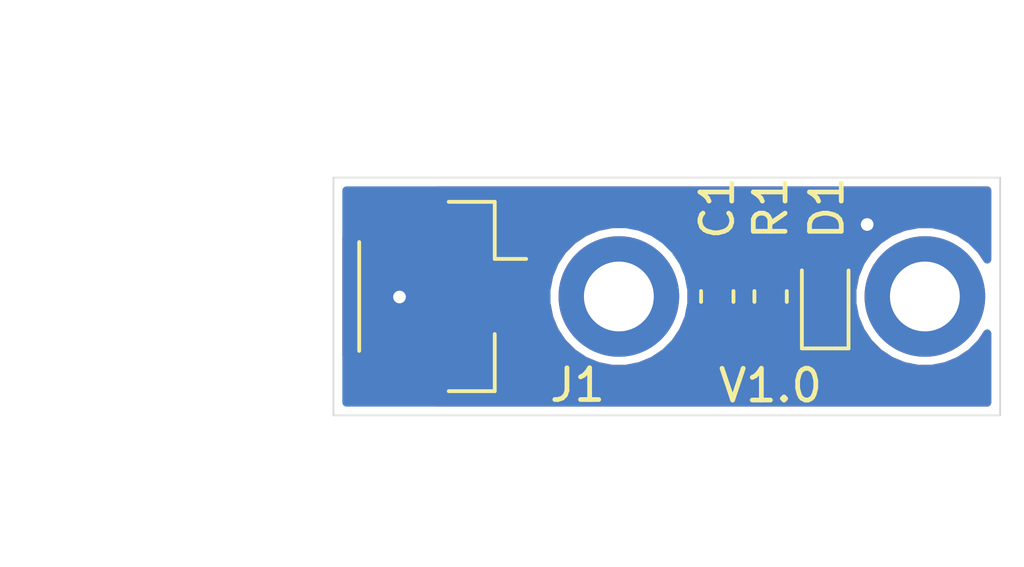
<source format=kicad_pcb>
(kicad_pcb (version 20171130) (host pcbnew "(5.1.4-0-10_14)")

  (general
    (thickness 1.6)
    (drawings 8)
    (tracks 11)
    (zones 0)
    (modules 6)
    (nets 4)
  )

  (page A4)
  (layers
    (0 F.Cu signal)
    (31 B.Cu signal)
    (32 B.Adhes user)
    (33 F.Adhes user)
    (34 B.Paste user)
    (35 F.Paste user)
    (36 B.SilkS user)
    (37 F.SilkS user)
    (38 B.Mask user)
    (39 F.Mask user)
    (40 Dwgs.User user)
    (41 Cmts.User user)
    (42 Eco1.User user)
    (43 Eco2.User user)
    (44 Edge.Cuts user)
    (45 Margin user)
    (46 B.CrtYd user)
    (47 F.CrtYd user)
    (48 B.Fab user)
    (49 F.Fab user)
  )

  (setup
    (last_trace_width 0.254)
    (trace_clearance 0.1778)
    (zone_clearance 0.254)
    (zone_45_only no)
    (trace_min 0.2)
    (via_size 0.8)
    (via_drill 0.4)
    (via_min_size 0.4)
    (via_min_drill 0.3)
    (uvia_size 0.3)
    (uvia_drill 0.1)
    (uvias_allowed no)
    (uvia_min_size 0.2)
    (uvia_min_drill 0.1)
    (edge_width 0.05)
    (segment_width 0.2)
    (pcb_text_width 0.3)
    (pcb_text_size 1.5 1.5)
    (mod_edge_width 0.12)
    (mod_text_size 1 1)
    (mod_text_width 0.15)
    (pad_size 1.524 1.524)
    (pad_drill 0.762)
    (pad_to_mask_clearance 0.051)
    (solder_mask_min_width 0.25)
    (aux_axis_origin 0 0)
    (visible_elements FFFFFF7F)
    (pcbplotparams
      (layerselection 0x010fc_ffffffff)
      (usegerberextensions false)
      (usegerberattributes false)
      (usegerberadvancedattributes false)
      (creategerberjobfile false)
      (excludeedgelayer true)
      (linewidth 0.100000)
      (plotframeref false)
      (viasonmask false)
      (mode 1)
      (useauxorigin false)
      (hpglpennumber 1)
      (hpglpenspeed 20)
      (hpglpendiameter 15.000000)
      (psnegative false)
      (psa4output false)
      (plotreference true)
      (plotvalue true)
      (plotinvisibletext false)
      (padsonsilk false)
      (subtractmaskfromsilk false)
      (outputformat 1)
      (mirror false)
      (drillshape 1)
      (scaleselection 1)
      (outputdirectory ""))
  )

  (net 0 "")
  (net 1 +5V)
  (net 2 GND)
  (net 3 "Net-(D1-Pad2)")

  (net_class Default "This is the default net class."
    (clearance 0.1778)
    (trace_width 0.254)
    (via_dia 0.8)
    (via_drill 0.4)
    (uvia_dia 0.3)
    (uvia_drill 0.1)
    (add_net +5V)
    (add_net GND)
    (add_net "Net-(D1-Pad2)")
  )

  (module Capacitor_SMD:C_0603_1608Metric_Pad1.05x0.95mm_HandSolder (layer F.Cu) (tedit 5B301BBE) (tstamp 5FF25DB2)
    (at 142.09 96.25 270)
    (descr "Capacitor SMD 0603 (1608 Metric), square (rectangular) end terminal, IPC_7351 nominal with elongated pad for handsoldering. (Body size source: http://www.tortai-tech.com/upload/download/2011102023233369053.pdf), generated with kicad-footprint-generator")
    (tags "capacitor handsolder")
    (path /5FF23E80)
    (attr smd)
    (fp_text reference C1 (at -2.794 0 270) (layer F.SilkS)
      (effects (font (size 1 1) (thickness 0.15)))
    )
    (fp_text value "1 uF 16V 10%" (at 0 1.43 90) (layer F.Fab)
      (effects (font (size 1 1) (thickness 0.15)))
    )
    (fp_line (start -0.8 0.4) (end -0.8 -0.4) (layer F.Fab) (width 0.1))
    (fp_line (start -0.8 -0.4) (end 0.8 -0.4) (layer F.Fab) (width 0.1))
    (fp_line (start 0.8 -0.4) (end 0.8 0.4) (layer F.Fab) (width 0.1))
    (fp_line (start 0.8 0.4) (end -0.8 0.4) (layer F.Fab) (width 0.1))
    (fp_line (start -0.171267 -0.51) (end 0.171267 -0.51) (layer F.SilkS) (width 0.12))
    (fp_line (start -0.171267 0.51) (end 0.171267 0.51) (layer F.SilkS) (width 0.12))
    (fp_line (start -1.65 0.73) (end -1.65 -0.73) (layer F.CrtYd) (width 0.05))
    (fp_line (start -1.65 -0.73) (end 1.65 -0.73) (layer F.CrtYd) (width 0.05))
    (fp_line (start 1.65 -0.73) (end 1.65 0.73) (layer F.CrtYd) (width 0.05))
    (fp_line (start 1.65 0.73) (end -1.65 0.73) (layer F.CrtYd) (width 0.05))
    (fp_text user %R (at 0 0 90) (layer F.Fab)
      (effects (font (size 0.4 0.4) (thickness 0.06)))
    )
    (pad 1 smd roundrect (at -0.875 0 270) (size 1.05 0.95) (layers F.Cu F.Paste F.Mask) (roundrect_rratio 0.25)
      (net 1 +5V))
    (pad 2 smd roundrect (at 0.875 0 270) (size 1.05 0.95) (layers F.Cu F.Paste F.Mask) (roundrect_rratio 0.25)
      (net 2 GND))
    (model ${KISYS3DMOD}/Capacitor_SMD.3dshapes/C_0603_1608Metric.wrl
      (at (xyz 0 0 0))
      (scale (xyz 1 1 1))
      (rotate (xyz 0 0 0))
    )
  )

  (module LED_SMD:LED_0603_1608Metric_Pad1.05x0.95mm_HandSolder (layer F.Cu) (tedit 5B4B45C9) (tstamp 5FF25DC5)
    (at 145.49 96.2275 90)
    (descr "LED SMD 0603 (1608 Metric), square (rectangular) end terminal, IPC_7351 nominal, (Body size source: http://www.tortai-tech.com/upload/download/2011102023233369053.pdf), generated with kicad-footprint-generator")
    (tags "LED handsolder")
    (path /5FF24B5C)
    (attr smd)
    (fp_text reference D1 (at 2.7715 0.0512 270) (layer F.SilkS)
      (effects (font (size 1 1) (thickness 0.15)))
    )
    (fp_text value "See Notes" (at 0 1.43 90) (layer F.Fab)
      (effects (font (size 1 1) (thickness 0.15)))
    )
    (fp_line (start 0.8 -0.4) (end -0.5 -0.4) (layer F.Fab) (width 0.1))
    (fp_line (start -0.5 -0.4) (end -0.8 -0.1) (layer F.Fab) (width 0.1))
    (fp_line (start -0.8 -0.1) (end -0.8 0.4) (layer F.Fab) (width 0.1))
    (fp_line (start -0.8 0.4) (end 0.8 0.4) (layer F.Fab) (width 0.1))
    (fp_line (start 0.8 0.4) (end 0.8 -0.4) (layer F.Fab) (width 0.1))
    (fp_line (start 0.8 -0.735) (end -1.66 -0.735) (layer F.SilkS) (width 0.12))
    (fp_line (start -1.66 -0.735) (end -1.66 0.735) (layer F.SilkS) (width 0.12))
    (fp_line (start -1.66 0.735) (end 0.8 0.735) (layer F.SilkS) (width 0.12))
    (fp_line (start -1.65 0.73) (end -1.65 -0.73) (layer F.CrtYd) (width 0.05))
    (fp_line (start -1.65 -0.73) (end 1.65 -0.73) (layer F.CrtYd) (width 0.05))
    (fp_line (start 1.65 -0.73) (end 1.65 0.73) (layer F.CrtYd) (width 0.05))
    (fp_line (start 1.65 0.73) (end -1.65 0.73) (layer F.CrtYd) (width 0.05))
    (fp_text user %R (at 0 0 90) (layer F.Fab)
      (effects (font (size 0.4 0.4) (thickness 0.06)))
    )
    (pad 1 smd roundrect (at -0.875 0 90) (size 1.05 0.95) (layers F.Cu F.Paste F.Mask) (roundrect_rratio 0.25)
      (net 2 GND))
    (pad 2 smd roundrect (at 0.875 0 90) (size 1.05 0.95) (layers F.Cu F.Paste F.Mask) (roundrect_rratio 0.25)
      (net 3 "Net-(D1-Pad2)"))
    (model ${KISYS3DMOD}/LED_SMD.3dshapes/LED_0603_1608Metric.wrl
      (at (xyz 0 0 0))
      (scale (xyz 1 1 1))
      (rotate (xyz 0 0 0))
    )
  )

  (module MountingHole:MountingHole_2.2mm_M2_ISO14580_Pad (layer F.Cu) (tedit 56D1B4CB) (tstamp 5FF25DCD)
    (at 138.99 96.25)
    (descr "Mounting Hole 2.2mm, M2, ISO14580")
    (tags "mounting hole 2.2mm m2 iso14580")
    (path /5FF271A0)
    (attr virtual)
    (fp_text reference H1 (at 0 -2.9) (layer F.Fab)
      (effects (font (size 1 1) (thickness 0.15)))
    )
    (fp_text value M2 (at 0 2.9) (layer F.Fab)
      (effects (font (size 1 1) (thickness 0.15)))
    )
    (fp_text user %R (at 0.3 0) (layer F.Fab)
      (effects (font (size 1 1) (thickness 0.15)))
    )
    (fp_circle (center 0 0) (end 1.9 0) (layer Cmts.User) (width 0.15))
    (fp_circle (center 0 0) (end 2.15 0) (layer F.CrtYd) (width 0.05))
    (pad 1 thru_hole circle (at 0 0) (size 3.8 3.8) (drill 2.2) (layers *.Cu *.Mask))
  )

  (module MountingHole:MountingHole_2.2mm_M2_ISO14580_Pad (layer F.Cu) (tedit 56D1B4CB) (tstamp 5FF25DD5)
    (at 148.63 96.25)
    (descr "Mounting Hole 2.2mm, M2, ISO14580")
    (tags "mounting hole 2.2mm m2 iso14580")
    (path /5FF4097E)
    (attr virtual)
    (fp_text reference H2 (at 0 -2.9) (layer F.Fab)
      (effects (font (size 1 1) (thickness 0.15)))
    )
    (fp_text value M2 (at 0 2.9) (layer F.Fab)
      (effects (font (size 1 1) (thickness 0.15)))
    )
    (fp_circle (center 0 0) (end 2.15 0) (layer F.CrtYd) (width 0.05))
    (fp_circle (center 0 0) (end 1.9 0) (layer Cmts.User) (width 0.15))
    (fp_text user %R (at 0.3 0) (layer F.Fab)
      (effects (font (size 1 1) (thickness 0.15)))
    )
    (pad 1 thru_hole circle (at 0 0) (size 3.8 3.8) (drill 2.2) (layers *.Cu *.Mask))
  )

  (module Resistor_SMD:R_0603_1608Metric_Pad1.05x0.95mm_HandSolder (layer F.Cu) (tedit 5B301BBD) (tstamp 5FF25E07)
    (at 143.77 96.25 270)
    (descr "Resistor SMD 0603 (1608 Metric), square (rectangular) end terminal, IPC_7351 nominal with elongated pad for handsoldering. (Body size source: http://www.tortai-tech.com/upload/download/2011102023233369053.pdf), generated with kicad-footprint-generator")
    (tags "resistor handsolder")
    (path /5FF23AEE)
    (attr smd)
    (fp_text reference R1 (at -2.794 0 270) (layer F.SilkS)
      (effects (font (size 1 1) (thickness 0.15)))
    )
    (fp_text value "See Notes" (at 0 1.43 90) (layer F.Fab)
      (effects (font (size 1 1) (thickness 0.15)))
    )
    (fp_line (start -0.8 0.4) (end -0.8 -0.4) (layer F.Fab) (width 0.1))
    (fp_line (start -0.8 -0.4) (end 0.8 -0.4) (layer F.Fab) (width 0.1))
    (fp_line (start 0.8 -0.4) (end 0.8 0.4) (layer F.Fab) (width 0.1))
    (fp_line (start 0.8 0.4) (end -0.8 0.4) (layer F.Fab) (width 0.1))
    (fp_line (start -0.171267 -0.51) (end 0.171267 -0.51) (layer F.SilkS) (width 0.12))
    (fp_line (start -0.171267 0.51) (end 0.171267 0.51) (layer F.SilkS) (width 0.12))
    (fp_line (start -1.65 0.73) (end -1.65 -0.73) (layer F.CrtYd) (width 0.05))
    (fp_line (start -1.65 -0.73) (end 1.65 -0.73) (layer F.CrtYd) (width 0.05))
    (fp_line (start 1.65 -0.73) (end 1.65 0.73) (layer F.CrtYd) (width 0.05))
    (fp_line (start 1.65 0.73) (end -1.65 0.73) (layer F.CrtYd) (width 0.05))
    (fp_text user %R (at 0 0 90) (layer F.Fab)
      (effects (font (size 0.4 0.4) (thickness 0.06)))
    )
    (pad 1 smd roundrect (at -0.875 0 270) (size 1.05 0.95) (layers F.Cu F.Paste F.Mask) (roundrect_rratio 0.25)
      (net 1 +5V))
    (pad 2 smd roundrect (at 0.875 0 270) (size 1.05 0.95) (layers F.Cu F.Paste F.Mask) (roundrect_rratio 0.25)
      (net 3 "Net-(D1-Pad2)"))
    (model ${KISYS3DMOD}/Resistor_SMD.3dshapes/R_0603_1608Metric.wrl
      (at (xyz 0 0 0))
      (scale (xyz 1 1 1))
      (rotate (xyz 0 0 0))
    )
  )

  (module Connector_JST:JST_GH_SM02B-GHS-TB_1x02-1MP_P1.25mm_Horizontal (layer F.Cu) (tedit 5B78AD87) (tstamp 5FF272B5)
    (at 133.37 96.25 270)
    (descr "JST GH series connector, SM02B-GHS-TB (http://www.jst-mfg.com/product/pdf/eng/eGH.pdf), generated with kicad-footprint-generator")
    (tags "connector JST GH top entry")
    (path /5FF23492)
    (attr smd)
    (fp_text reference J1 (at 2.794 -4.318 180) (layer F.SilkS)
      (effects (font (size 1 1) (thickness 0.15)))
    )
    (fp_text value Conn_01x02 (at 0 3.9 90) (layer F.Fab)
      (effects (font (size 1 1) (thickness 0.15)))
    )
    (fp_line (start -2.875 -1.6) (end 2.875 -1.6) (layer F.Fab) (width 0.1))
    (fp_line (start -2.985 -0.26) (end -2.985 -1.71) (layer F.SilkS) (width 0.12))
    (fp_line (start -2.985 -1.71) (end -1.185 -1.71) (layer F.SilkS) (width 0.12))
    (fp_line (start -1.185 -1.71) (end -1.185 -2.7) (layer F.SilkS) (width 0.12))
    (fp_line (start 2.985 -0.26) (end 2.985 -1.71) (layer F.SilkS) (width 0.12))
    (fp_line (start 2.985 -1.71) (end 1.185 -1.71) (layer F.SilkS) (width 0.12))
    (fp_line (start -1.715 2.56) (end 1.715 2.56) (layer F.SilkS) (width 0.12))
    (fp_line (start -2.875 2.45) (end 2.875 2.45) (layer F.Fab) (width 0.1))
    (fp_line (start -2.875 -1.6) (end -2.875 2.45) (layer F.Fab) (width 0.1))
    (fp_line (start 2.875 -1.6) (end 2.875 2.45) (layer F.Fab) (width 0.1))
    (fp_line (start -3.48 -3.2) (end -3.48 3.2) (layer F.CrtYd) (width 0.05))
    (fp_line (start -3.48 3.2) (end 3.48 3.2) (layer F.CrtYd) (width 0.05))
    (fp_line (start 3.48 3.2) (end 3.48 -3.2) (layer F.CrtYd) (width 0.05))
    (fp_line (start 3.48 -3.2) (end -3.48 -3.2) (layer F.CrtYd) (width 0.05))
    (fp_line (start -1.125 -1.6) (end -0.625 -0.892893) (layer F.Fab) (width 0.1))
    (fp_line (start -0.625 -0.892893) (end -0.125 -1.6) (layer F.Fab) (width 0.1))
    (fp_text user %R (at 0 0 90) (layer F.Fab)
      (effects (font (size 1 1) (thickness 0.15)))
    )
    (pad 1 smd roundrect (at -0.625 -1.85 270) (size 0.6 1.7) (layers F.Cu F.Paste F.Mask) (roundrect_rratio 0.25)
      (net 2 GND))
    (pad 2 smd roundrect (at 0.625 -1.85 270) (size 0.6 1.7) (layers F.Cu F.Paste F.Mask) (roundrect_rratio 0.25)
      (net 1 +5V))
    (pad MP smd roundrect (at -2.475 1.35 270) (size 1 2.7) (layers F.Cu F.Paste F.Mask) (roundrect_rratio 0.25))
    (pad MP smd roundrect (at 2.475 1.35 270) (size 1 2.7) (layers F.Cu F.Paste F.Mask) (roundrect_rratio 0.25))
    (model ${KISYS3DMOD}/Connector_JST.3dshapes/JST_GH_SM02B-GHS-TB_1x02-1MP_P1.25mm_Horizontal.wrl
      (at (xyz 0 0 0))
      (scale (xyz 1 1 1))
      (rotate (xyz 0 0 0))
    )
  )

  (dimension 9.64 (width 0.15) (layer F.Fab)
    (gr_text "9.640 mm" (at 143.81 87.6) (layer F.Fab)
      (effects (font (size 1 1) (thickness 0.15)))
    )
    (feature1 (pts (xy 148.63 96.25) (xy 148.63 88.313579)))
    (feature2 (pts (xy 138.99 96.25) (xy 138.99 88.313579)))
    (crossbar (pts (xy 138.99 88.9) (xy 148.63 88.9)))
    (arrow1a (pts (xy 148.63 88.9) (xy 147.503496 89.486421)))
    (arrow1b (pts (xy 148.63 88.9) (xy 147.503496 88.313579)))
    (arrow2a (pts (xy 138.99 88.9) (xy 140.116504 89.486421)))
    (arrow2b (pts (xy 138.99 88.9) (xy 140.116504 88.313579)))
  )
  (dimension 7.5 (width 0.15) (layer F.Fab)
    (gr_text "7.500 mm" (at 123.16 96.25 270) (layer F.Fab)
      (effects (font (size 1 1) (thickness 0.15)))
    )
    (feature1 (pts (xy 130 100) (xy 123.873579 100)))
    (feature2 (pts (xy 130 92.5) (xy 123.873579 92.5)))
    (crossbar (pts (xy 124.46 92.5) (xy 124.46 100)))
    (arrow1a (pts (xy 124.46 100) (xy 123.873579 98.873496)))
    (arrow1b (pts (xy 124.46 100) (xy 125.046421 98.873496)))
    (arrow2a (pts (xy 124.46 92.5) (xy 123.873579 93.626504)))
    (arrow2b (pts (xy 124.46 92.5) (xy 125.046421 93.626504)))
  )
  (dimension 21 (width 0.15) (layer F.Fab)
    (gr_text "21.000 mm" (at 140.5 105.439999) (layer F.Fab)
      (effects (font (size 1 1) (thickness 0.15)))
    )
    (feature1 (pts (xy 151 100) (xy 151 104.72642)))
    (feature2 (pts (xy 130 100) (xy 130 104.72642)))
    (crossbar (pts (xy 130 104.139999) (xy 151 104.139999)))
    (arrow1a (pts (xy 151 104.139999) (xy 149.873496 104.72642)))
    (arrow1b (pts (xy 151 104.139999) (xy 149.873496 103.553578)))
    (arrow2a (pts (xy 130 104.139999) (xy 131.126504 104.72642)))
    (arrow2b (pts (xy 130 104.139999) (xy 131.126504 103.553578)))
  )
  (gr_text V1.0 (at 143.764 99.06) (layer F.SilkS)
    (effects (font (size 1 1) (thickness 0.15)))
  )
  (gr_line (start 151 92.5) (end 130 92.5) (layer Edge.Cuts) (width 0.05) (tstamp 5FF26786))
  (gr_line (start 151 92.5) (end 151 100) (layer Edge.Cuts) (width 0.05))
  (gr_line (start 130 100) (end 151 100) (layer Edge.Cuts) (width 0.05))
  (gr_line (start 130 92.5) (end 130 100) (layer Edge.Cuts) (width 0.05))

  (segment (start 135.27 96.875) (end 133.959 96.875) (width 0.254) (layer F.Cu) (net 1))
  (segment (start 133.959 96.875) (end 133.604 96.52) (width 0.254) (layer F.Cu) (net 1))
  (segment (start 133.604 96.52) (end 133.604 94.996) (width 0.254) (layer F.Cu) (net 1))
  (segment (start 133.604 94.996) (end 135.128 93.472) (width 0.254) (layer F.Cu) (net 1))
  (segment (start 140.187 93.472) (end 142.09 95.375) (width 0.254) (layer F.Cu) (net 1))
  (segment (start 135.128 93.472) (end 140.187 93.472) (width 0.254) (layer F.Cu) (net 1))
  (segment (start 142.09 95.375) (end 143.77 95.375) (width 0.254) (layer F.Cu) (net 1))
  (via (at 132.08 96.266) (size 0.8) (drill 0.4) (layers F.Cu B.Cu) (net 2))
  (via (at 146.812 93.98) (size 0.8) (drill 0.4) (layers F.Cu B.Cu) (net 2))
  (segment (start 143.77 97.0725) (end 145.49 95.3525) (width 0.254) (layer F.Cu) (net 3))
  (segment (start 143.77 97.125) (end 143.77 97.0725) (width 0.254) (layer F.Cu) (net 3))

  (zone (net 2) (net_name GND) (layer F.Cu) (tstamp 0) (hatch edge 0.508)
    (connect_pads (clearance 0.254))
    (min_thickness 0.254)
    (fill yes (arc_segments 32) (thermal_gap 0.508) (thermal_bridge_width 0.508))
    (polygon
      (pts
        (xy 129.54 92.075) (xy 129.54 100.965) (xy 151.765 100.965) (xy 151.765 92.075)
      )
    )
    (filled_polygon
      (pts
        (xy 138.324657 94.056657) (xy 137.909541 94.228604) (xy 137.535947 94.478231) (xy 137.218231 94.795947) (xy 136.968604 95.169541)
        (xy 136.796657 95.584657) (xy 136.709 96.025341) (xy 136.709 96.474659) (xy 136.796657 96.915343) (xy 136.968604 97.330459)
        (xy 137.218231 97.704053) (xy 137.535947 98.021769) (xy 137.909541 98.271396) (xy 138.324657 98.443343) (xy 138.765341 98.531)
        (xy 139.214659 98.531) (xy 139.655343 98.443343) (xy 140.070459 98.271396) (xy 140.444053 98.021769) (xy 140.761769 97.704053)
        (xy 141.011396 97.330459) (xy 141.043894 97.252002) (xy 141.138748 97.252002) (xy 140.98 97.41075) (xy 140.976928 97.65)
        (xy 140.989188 97.774482) (xy 141.025498 97.89418) (xy 141.084463 98.004494) (xy 141.163815 98.101185) (xy 141.260506 98.180537)
        (xy 141.37082 98.239502) (xy 141.490518 98.275812) (xy 141.615 98.288072) (xy 141.80425 98.285) (xy 141.963 98.12625)
        (xy 141.963 97.252) (xy 141.943 97.252) (xy 141.943 96.998) (xy 141.963 96.998) (xy 141.963 96.978)
        (xy 142.217 96.978) (xy 142.217 96.998) (xy 142.237 96.998) (xy 142.237 97.252) (xy 142.217 97.252)
        (xy 142.217 98.12625) (xy 142.37575 98.285) (xy 142.565 98.288072) (xy 142.689482 98.275812) (xy 142.80918 98.239502)
        (xy 142.919494 98.180537) (xy 143.016185 98.101185) (xy 143.095537 98.004494) (xy 143.151997 97.898867) (xy 143.187856 97.928296)
        (xy 143.295105 97.985622) (xy 143.411477 98.020923) (xy 143.5325 98.032843) (xy 144.0075 98.032843) (xy 144.128523 98.020923)
        (xy 144.244895 97.985622) (xy 144.352144 97.928296) (xy 144.424628 97.868811) (xy 144.425498 97.87168) (xy 144.484463 97.981994)
        (xy 144.563815 98.078685) (xy 144.660506 98.158037) (xy 144.77082 98.217002) (xy 144.890518 98.253312) (xy 145.015 98.265572)
        (xy 145.20425 98.2625) (xy 145.363 98.10375) (xy 145.363 97.2295) (xy 145.343 97.2295) (xy 145.343 96.9755)
        (xy 145.363 96.9755) (xy 145.363 96.9555) (xy 145.617 96.9555) (xy 145.617 96.9755) (xy 145.637 96.9755)
        (xy 145.637 97.2295) (xy 145.617 97.2295) (xy 145.617 98.10375) (xy 145.77575 98.2625) (xy 145.965 98.265572)
        (xy 146.089482 98.253312) (xy 146.20918 98.217002) (xy 146.319494 98.158037) (xy 146.416185 98.078685) (xy 146.495537 97.981994)
        (xy 146.554502 97.87168) (xy 146.590812 97.751982) (xy 146.603072 97.6275) (xy 146.6 97.38825) (xy 146.441252 97.229502)
        (xy 146.566786 97.229502) (xy 146.608604 97.330459) (xy 146.858231 97.704053) (xy 147.175947 98.021769) (xy 147.549541 98.271396)
        (xy 147.964657 98.443343) (xy 148.405341 98.531) (xy 148.854659 98.531) (xy 149.295343 98.443343) (xy 149.710459 98.271396)
        (xy 150.084053 98.021769) (xy 150.401769 97.704053) (xy 150.594001 97.416357) (xy 150.594001 99.594) (xy 133.24901 99.594)
        (xy 133.362179 99.559671) (xy 133.471589 99.50119) (xy 133.567488 99.422488) (xy 133.64619 99.326589) (xy 133.704671 99.217179)
        (xy 133.740683 99.098462) (xy 133.752843 98.975) (xy 133.752843 98.475) (xy 133.740683 98.351538) (xy 133.704671 98.232821)
        (xy 133.64619 98.123411) (xy 133.567488 98.027512) (xy 133.471589 97.94881) (xy 133.362179 97.890329) (xy 133.243462 97.854317)
        (xy 133.12 97.842157) (xy 130.92 97.842157) (xy 130.796538 97.854317) (xy 130.677821 97.890329) (xy 130.568411 97.94881)
        (xy 130.472512 98.027512) (xy 130.406 98.108557) (xy 130.406 94.391443) (xy 130.472512 94.472488) (xy 130.568411 94.55119)
        (xy 130.677821 94.609671) (xy 130.796538 94.645683) (xy 130.92 94.657843) (xy 133.12 94.657843) (xy 133.233525 94.646662)
        (xy 133.227151 94.654429) (xy 133.22715 94.65443) (xy 133.179571 94.712405) (xy 133.167228 94.735498) (xy 133.1324 94.800657)
        (xy 133.108059 94.8809) (xy 133.103352 94.896416) (xy 133.093543 94.996) (xy 133.096001 95.020954) (xy 133.096 96.495055)
        (xy 133.093543 96.52) (xy 133.096 96.544944) (xy 133.096 96.544946) (xy 133.103351 96.619584) (xy 133.132399 96.715342)
        (xy 133.179571 96.803595) (xy 133.243052 96.880948) (xy 133.262435 96.896855) (xy 133.582145 97.216565) (xy 133.598052 97.235948)
        (xy 133.675405 97.299429) (xy 133.763657 97.346601) (xy 133.859415 97.375649) (xy 133.934053 97.383) (xy 133.934056 97.383)
        (xy 133.959 97.385457) (xy 133.983944 97.383) (xy 134.127813 97.383) (xy 134.143223 97.401777) (xy 134.223968 97.468043)
        (xy 134.31609 97.517283) (xy 134.416047 97.547605) (xy 134.52 97.557843) (xy 135.92 97.557843) (xy 136.023953 97.547605)
        (xy 136.12391 97.517283) (xy 136.216032 97.468043) (xy 136.296777 97.401777) (xy 136.363043 97.321032) (xy 136.412283 97.22891)
        (xy 136.442605 97.128953) (xy 136.452843 97.025) (xy 136.452843 96.725) (xy 136.442605 96.621047) (xy 136.412283 96.52109)
        (xy 136.387744 96.475181) (xy 136.424494 96.455537) (xy 136.521185 96.376185) (xy 136.600537 96.279494) (xy 136.659502 96.16918)
        (xy 136.695812 96.049482) (xy 136.708072 95.925) (xy 136.705 95.91075) (xy 136.54625 95.752) (xy 135.347 95.752)
        (xy 135.347 95.772) (xy 135.093 95.772) (xy 135.093 95.752) (xy 135.073 95.752) (xy 135.073 95.498)
        (xy 135.093 95.498) (xy 135.093 94.84875) (xy 135.347 94.84875) (xy 135.347 95.498) (xy 136.54625 95.498)
        (xy 136.705 95.33925) (xy 136.708072 95.325) (xy 136.695812 95.200518) (xy 136.659502 95.08082) (xy 136.600537 94.970506)
        (xy 136.521185 94.873815) (xy 136.424494 94.794463) (xy 136.31418 94.735498) (xy 136.194482 94.699188) (xy 136.07 94.686928)
        (xy 135.50575 94.69) (xy 135.347 94.84875) (xy 135.093 94.84875) (xy 134.93425 94.69) (xy 134.630076 94.688344)
        (xy 135.338421 93.98) (xy 138.71004 93.98)
      )
    )
    (filled_polygon
      (pts
        (xy 150.594 95.083642) (xy 150.401769 94.795947) (xy 150.084053 94.478231) (xy 149.710459 94.228604) (xy 149.295343 94.056657)
        (xy 148.854659 93.969) (xy 148.405341 93.969) (xy 147.964657 94.056657) (xy 147.549541 94.228604) (xy 147.175947 94.478231)
        (xy 146.858231 94.795947) (xy 146.608604 95.169541) (xy 146.436657 95.584657) (xy 146.349 96.025341) (xy 146.349 96.071178)
        (xy 146.319494 96.046963) (xy 146.23098 95.999651) (xy 146.243296 95.984644) (xy 146.300622 95.877395) (xy 146.335923 95.761023)
        (xy 146.347843 95.64) (xy 146.347843 95.065) (xy 146.335923 94.943977) (xy 146.300622 94.827605) (xy 146.243296 94.720356)
        (xy 146.166149 94.626351) (xy 146.072144 94.549204) (xy 145.964895 94.491878) (xy 145.848523 94.456577) (xy 145.7275 94.444657)
        (xy 145.2525 94.444657) (xy 145.131477 94.456577) (xy 145.015105 94.491878) (xy 144.907856 94.549204) (xy 144.813851 94.626351)
        (xy 144.736704 94.720356) (xy 144.679378 94.827605) (xy 144.644077 94.943977) (xy 144.632157 95.065) (xy 144.632157 95.491922)
        (xy 144.627843 95.496236) (xy 144.627843 95.0875) (xy 144.615923 94.966477) (xy 144.580622 94.850105) (xy 144.523296 94.742856)
        (xy 144.446149 94.648851) (xy 144.352144 94.571704) (xy 144.244895 94.514378) (xy 144.128523 94.479077) (xy 144.0075 94.467157)
        (xy 143.5325 94.467157) (xy 143.411477 94.479077) (xy 143.295105 94.514378) (xy 143.187856 94.571704) (xy 143.093851 94.648851)
        (xy 143.016704 94.742856) (xy 142.959378 94.850105) (xy 142.954253 94.867) (xy 142.905747 94.867) (xy 142.900622 94.850105)
        (xy 142.843296 94.742856) (xy 142.766149 94.648851) (xy 142.672144 94.571704) (xy 142.564895 94.514378) (xy 142.448523 94.479077)
        (xy 142.3275 94.467157) (xy 141.900578 94.467157) (xy 140.563855 93.130435) (xy 140.547948 93.111052) (xy 140.470595 93.047571)
        (xy 140.382343 93.000399) (xy 140.286585 92.971351) (xy 140.211947 92.964) (xy 140.211944 92.964) (xy 140.187 92.961543)
        (xy 140.162056 92.964) (xy 135.152943 92.964) (xy 135.127999 92.961543) (xy 135.103055 92.964) (xy 135.103053 92.964)
        (xy 135.028415 92.971351) (xy 134.932657 93.000399) (xy 134.932655 93.0004) (xy 134.844404 93.047571) (xy 134.807921 93.077512)
        (xy 134.767052 93.111052) (xy 134.75115 93.130429) (xy 133.74151 94.14007) (xy 133.752843 94.025) (xy 133.752843 93.525)
        (xy 133.740683 93.401538) (xy 133.704671 93.282821) (xy 133.64619 93.173411) (xy 133.567488 93.077512) (xy 133.471589 92.99881)
        (xy 133.362179 92.940329) (xy 133.24901 92.906) (xy 150.594 92.906)
      )
    )
  )
  (zone (net 2) (net_name GND) (layer B.Cu) (tstamp 0) (hatch edge 0.508)
    (connect_pads (clearance 0.254))
    (min_thickness 0.254)
    (fill yes (arc_segments 32) (thermal_gap 0.508) (thermal_bridge_width 0.508))
    (polygon
      (pts
        (xy 129.54 92.075) (xy 129.54 100.965) (xy 151.765 100.965) (xy 151.765 92.075)
      )
    )
    (filled_polygon
      (pts
        (xy 150.594 95.083642) (xy 150.401769 94.795947) (xy 150.084053 94.478231) (xy 149.710459 94.228604) (xy 149.295343 94.056657)
        (xy 148.854659 93.969) (xy 148.405341 93.969) (xy 147.964657 94.056657) (xy 147.549541 94.228604) (xy 147.175947 94.478231)
        (xy 146.858231 94.795947) (xy 146.608604 95.169541) (xy 146.436657 95.584657) (xy 146.349 96.025341) (xy 146.349 96.474659)
        (xy 146.436657 96.915343) (xy 146.608604 97.330459) (xy 146.858231 97.704053) (xy 147.175947 98.021769) (xy 147.549541 98.271396)
        (xy 147.964657 98.443343) (xy 148.405341 98.531) (xy 148.854659 98.531) (xy 149.295343 98.443343) (xy 149.710459 98.271396)
        (xy 150.084053 98.021769) (xy 150.401769 97.704053) (xy 150.594001 97.416357) (xy 150.594001 99.594) (xy 130.406 99.594)
        (xy 130.406 96.025341) (xy 136.709 96.025341) (xy 136.709 96.474659) (xy 136.796657 96.915343) (xy 136.968604 97.330459)
        (xy 137.218231 97.704053) (xy 137.535947 98.021769) (xy 137.909541 98.271396) (xy 138.324657 98.443343) (xy 138.765341 98.531)
        (xy 139.214659 98.531) (xy 139.655343 98.443343) (xy 140.070459 98.271396) (xy 140.444053 98.021769) (xy 140.761769 97.704053)
        (xy 141.011396 97.330459) (xy 141.183343 96.915343) (xy 141.271 96.474659) (xy 141.271 96.025341) (xy 141.183343 95.584657)
        (xy 141.011396 95.169541) (xy 140.761769 94.795947) (xy 140.444053 94.478231) (xy 140.070459 94.228604) (xy 139.655343 94.056657)
        (xy 139.214659 93.969) (xy 138.765341 93.969) (xy 138.324657 94.056657) (xy 137.909541 94.228604) (xy 137.535947 94.478231)
        (xy 137.218231 94.795947) (xy 136.968604 95.169541) (xy 136.796657 95.584657) (xy 136.709 96.025341) (xy 130.406 96.025341)
        (xy 130.406 92.906) (xy 150.594 92.906)
      )
    )
  )
)

</source>
